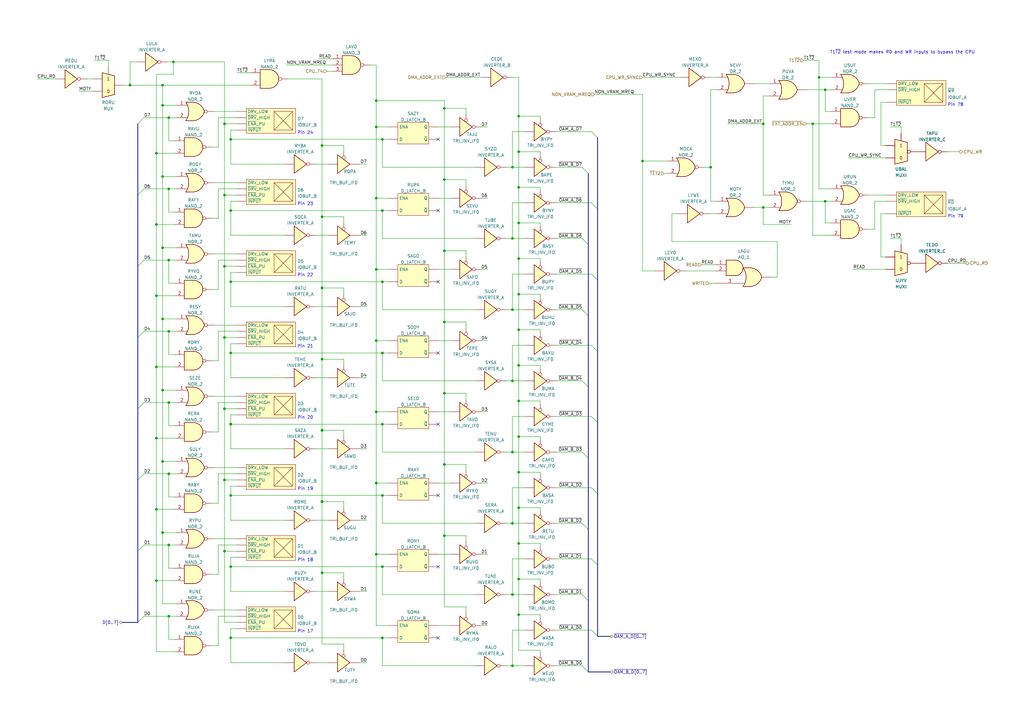
<source format=kicad_sch>
(kicad_sch (version 20211123) (generator eeschema)
  (paper "A3")
  (title_block (title "DMG CPU B") (date "2022-07-08") (rev "0.1") (company "CC-BY-SA-4.0 Régis Galland & Michael Singer -- Derived work from Furrtek") (comment 1 "https://github.com/msinger/dmg-schematics"))
  (junction (at 212.725 106.045))
  (junction (at 212.725 135.255))
  (junction (at 212.725 76.835))
  (junction (at 132.08 88.9))
  (junction (at 313.055 50.8))
  (junction (at 156.845 86.36))
  (junction (at 66.675 218.44))
  (junction (at 64.135 92.075))
  (junction (at 94.615 173.99))
  (junction (at 338.455 36.83))
  (junction (at 94.615 115.57))
  (junction (at 210.185 97.79))
  (junction (at 92.075 226.06))
  (junction (at 92.075 80.01))
  (junction (at 66.675 130.81))
  (junction (at 335.915 31.75))
  (junction (at 210.185 127))
  (junction (at 66.675 160.02))
  (junction (at 210.185 243.84))
  (junction (at 154.305 227.33))
  (junction (at 69.215 48.26))
  (junction (at 69.215 106.68))
  (junction (at 212.725 208.28))
  (junction (at 92.075 167.64))
  (junction (at 263.525 66.04))
  (junction (at 210.185 156.21))
  (junction (at 182.245 219.71))
  (junction (at 64.135 121.285))
  (junction (at 182.245 132.08))
  (junction (at 182.245 44.45))
  (junction (at 154.305 52.07))
  (junction (at 69.215 77.47))
  (junction (at 182.245 102.87))
  (junction (at 69.215 194.31))
  (junction (at 94.615 173.9073))
  (junction (at 66.675 72.39))
  (junction (at 94.615 232.41))
  (junction (at 212.725 164.465))
  (junction (at 71.12 25.4))
  (junction (at 313.055 85.09))
  (junction (at 132.08 205.6573))
  (junction (at 210.185 214.63))
  (junction (at 212.725 47.625))
  (junction (at 66.675 34.925))
  (junction (at 156.845 173.99))
  (junction (at 212.725 222.885))
  (junction (at 92.075 196.85))
  (junction (at 338.455 82.55))
  (junction (at 210.185 68.58))
  (junction (at 132.08 118.11))
  (junction (at 156.845 57.15))
  (junction (at 212.725 237.49))
  (junction (at 333.375 50.8))
  (junction (at 154.305 110.49))
  (junction (at 212.725 252.095))
  (junction (at 212.725 62.23))
  (junction (at 69.215 223.52))
  (junction (at 212.725 120.65))
  (junction (at 132.08 147.32))
  (junction (at 53.34 34.925))
  (junction (at 291.465 68.58))
  (junction (at 154.305 168.91))
  (junction (at 154.305 41.275))
  (junction (at 132.08 176.4473))
  (junction (at 156.845 144.78))
  (junction (at 69.215 252.73))
  (junction (at 132.08 59.69))
  (junction (at 94.615 86.36))
  (junction (at 94.615 203.2))
  (junction (at 212.725 149.86))
  (junction (at 64.135 150.495))
  (junction (at 69.215 165.1))
  (junction (at 92.075 109.22))
  (junction (at 92.075 50.8))
  (junction (at 132.08 205.74))
  (junction (at 156.845 261.62))
  (junction (at 210.185 185.42))
  (junction (at 64.135 238.125))
  (junction (at 182.245 190.5))
  (junction (at 156.845 232.41))
  (junction (at 94.615 261.62))
  (junction (at 212.725 179.07))
  (junction (at 66.675 43.18))
  (junction (at 210.185 273.05))
  (junction (at 132.08 234.95))
  (junction (at 154.305 139.7))
  (junction (at 64.135 62.865))
  (junction (at 182.245 161.29))
  (junction (at 212.725 193.675))
  (junction (at 154.305 81.28))
  (junction (at 66.675 101.6))
  (junction (at 69.215 135.89))
  (junction (at 132.08 176.53))
  (junction (at 64.135 179.705))
  (junction (at 92.075 138.43))
  (junction (at 156.845 115.57))
  (junction (at 66.675 189.23))
  (junction (at 154.305 198.12))
  (junction (at 94.615 144.78))
  (junction (at 64.135 208.915))
  (junction (at 212.725 91.44))
  (junction (at 94.615 57.15))
  (junction (at 182.245 73.66))
  (junction (at 156.845 203.2))
  (no_connect (at 179.705 115.57))
  (no_connect (at 179.705 57.15))
  (no_connect (at 179.705 232.41))
  (no_connect (at 179.705 173.99))
  (no_connect (at 179.705 144.78))
  (no_connect (at 179.705 203.2))
  (no_connect (at 179.705 86.36))
  (no_connect (at 179.705 261.62))
  (bus_entry (at 242.57 200.025) (size 2.54 2.54))
  (bus_entry (at 242.57 83.185) (size 2.54 2.54))
  (bus_entry (at 242.57 229.235) (size 2.54 2.54))
  (bus_entry (at 242.57 53.975) (size 2.54 2.54))
  (bus_entry (at 238.76 68.58) (size 2.54 2.54))
  (bus_entry (at 238.76 185.42) (size 2.54 2.54))
  (bus_entry (at 242.57 258.445) (size 2.54 2.54))
  (bus_entry (at 238.76 214.63) (size 2.54 2.54))
  (bus_entry (at 238.76 156.21) (size 2.54 2.54))
  (bus_entry (at 59.055 106.68) (size -2.54 2.54))
  (bus_entry (at 59.055 223.52) (size -2.54 2.54))
  (bus_entry (at 238.76 273.05) (size 2.54 2.54))
  (bus_entry (at 59.055 135.89) (size -2.54 2.54))
  (bus_entry (at 59.055 252.73) (size -2.54 2.54))
  (bus_entry (at 238.76 97.79) (size 2.54 2.54))
  (bus_entry (at 242.57 112.395) (size 2.54 2.54))
  (bus_entry (at 59.055 194.31) (size -2.54 2.54))
  (bus_entry (at 238.76 243.84) (size 2.54 2.54))
  (bus_entry (at 242.57 170.815) (size 2.54 2.54))
  (bus_entry (at 59.055 48.26) (size -2.54 2.54))
  (bus_entry (at 59.055 77.47) (size -2.54 2.54))
  (bus_entry (at 242.57 141.605) (size 2.54 2.54))
  (bus_entry (at 59.055 165.1) (size -2.54 2.54))
  (bus_entry (at 238.76 127) (size 2.54 2.54))
  (wire (pts (xy 156.845 127) (xy 194.945 127)))
  (wire (pts (xy 64.135 121.285) (xy 64.135 150.495)))
  (wire (pts (xy 147.32 67.31) (xy 150.495 67.31)))
  (wire (pts (xy 156.845 144.78) (xy 156.845 156.21)))
  (wire (pts (xy 64.135 62.865) (xy 64.135 92.075)))
  (wire (pts (xy 210.185 243.84) (xy 215.265 243.84)))
  (wire (pts (xy 159.385 81.28) (xy 154.305 81.28)))
  (wire (pts (xy 210.185 97.79) (xy 215.265 97.79)))
  (wire (pts (xy 329.565 24.765) (xy 335.915 24.765)))
  (wire (pts (xy 89.535 106.68) (xy 97.155 106.68)))
  (wire (pts (xy 281.305 111.125) (xy 293.37 111.125)))
  (wire (pts (xy 335.915 31.75) (xy 335.915 24.765)))
  (wire (pts (xy 94.615 173.99) (xy 156.845 173.99)))
  (wire (pts (xy 59.055 223.52) (xy 69.215 223.52)))
  (wire (pts (xy 140.97 91.44) (xy 140.97 88.9)))
  (wire (pts (xy 140.97 120.65) (xy 140.97 118.11)))
  (wire (pts (xy 263.525 111.125) (xy 268.605 111.125)))
  (wire (pts (xy 313.055 50.8) (xy 313.055 80.01)))
  (wire (pts (xy 221.615 165.735) (xy 221.615 164.465)))
  (wire (pts (xy 89.535 206.375) (xy 89.535 194.31)))
  (wire (pts (xy 132.08 176.4473) (xy 132.08 176.53)))
  (wire (pts (xy 291.465 31.75) (xy 294.005 31.75)))
  (wire (pts (xy 191.135 134.62) (xy 191.135 132.08)))
  (wire (pts (xy 207.645 273.05) (xy 210.185 273.05)))
  (wire (pts (xy 182.245 44.45) (xy 182.245 41.275)))
  (wire (pts (xy 94.615 144.78) (xy 156.845 144.78)))
  (wire (pts (xy 184.785 110.49) (xy 179.705 110.49)))
  (wire (pts (xy 212.725 208.28) (xy 221.615 208.28)))
  (wire (pts (xy 66.675 34.925) (xy 102.87 34.925)))
  (wire (pts (xy 313.055 85.09) (xy 313.055 92.075)))
  (wire (pts (xy 212.725 237.49) (xy 212.725 252.095)))
  (wire (pts (xy 69.215 194.31) (xy 72.39 194.31)))
  (wire (pts (xy 89.535 177.165) (xy 89.535 165.1)))
  (wire (pts (xy 197.485 227.33) (xy 200.025 227.33)))
  (wire (pts (xy 94.615 53.34) (xy 94.615 57.15)))
  (wire (pts (xy 154.305 81.28) (xy 154.305 110.49)))
  (wire (pts (xy 338.455 36.83) (xy 330.835 36.83)))
  (wire (pts (xy 335.915 77.47) (xy 340.995 77.47)))
  (wire (pts (xy 212.725 62.23) (xy 212.725 76.835)))
  (wire (pts (xy 182.245 132.08) (xy 182.245 161.29)))
  (wire (pts (xy 38.1 32.385) (xy 35.56 32.385)))
  (wire (pts (xy 156.845 156.21) (xy 194.945 156.21)))
  (wire (pts (xy 59.055 77.47) (xy 69.215 77.47)))
  (wire (pts (xy 272.415 71.12) (xy 273.685 71.12)))
  (wire (pts (xy 313.055 92.075) (xy 324.485 92.075)))
  (wire (pts (xy 66.675 160.02) (xy 66.675 189.23)))
  (wire (pts (xy 330.835 50.8) (xy 333.375 50.8)))
  (wire (pts (xy 156.845 203.2) (xy 156.845 214.63)))
  (wire (pts (xy 132.08 205.74) (xy 132.08 234.95)))
  (wire (pts (xy 132.08 176.53) (xy 132.08 205.6573)))
  (wire (pts (xy 215.265 112.395) (xy 210.185 112.395)))
  (wire (pts (xy 94.615 213.36) (xy 116.84 213.36)))
  (wire (pts (xy 156.845 86.36) (xy 159.385 86.36)))
  (wire (pts (xy 89.535 147.955) (xy 89.535 135.89)))
  (wire (pts (xy 365.125 97.79) (xy 369.57 97.79)))
  (wire (pts (xy 97.155 53.34) (xy 94.615 53.34)))
  (wire (pts (xy 71.755 145.415) (xy 69.215 145.415)))
  (bus (pts (xy 245.11 56.515) (xy 245.11 85.725)))
  (wire (pts (xy 212.725 266.7) (xy 221.615 266.7)))
  (wire (pts (xy 365.125 52.07) (xy 369.57 52.07)))
  (wire (pts (xy 94.615 232.41) (xy 94.615 242.57)))
  (wire (pts (xy 140.97 149.86) (xy 140.97 147.32)))
  (wire (pts (xy 338.455 91.44) (xy 340.995 91.44)))
  (wire (pts (xy 156.845 144.78) (xy 159.385 144.78)))
  (wire (pts (xy 197.485 52.07) (xy 200.025 52.07)))
  (wire (pts (xy 227.965 214.63) (xy 238.76 214.63)))
  (wire (pts (xy 133.985 29.21) (xy 136.525 29.21)))
  (bus (pts (xy 241.3 275.59) (xy 250.19 275.59)))
  (wire (pts (xy 227.965 200.025) (xy 242.57 200.025)))
  (wire (pts (xy 358.775 82.55) (xy 363.855 82.55)))
  (wire (pts (xy 221.615 107.315) (xy 221.615 106.045)))
  (wire (pts (xy 212.725 91.44) (xy 212.725 106.045)))
  (wire (pts (xy 147.32 271.78) (xy 150.495 271.78)))
  (wire (pts (xy 72.39 72.39) (xy 66.675 72.39)))
  (wire (pts (xy 72.39 130.81) (xy 66.675 130.81)))
  (wire (pts (xy 94.615 115.57) (xy 94.615 125.73)))
  (wire (pts (xy 221.615 252.095) (xy 212.725 252.095)))
  (wire (pts (xy 86.995 264.795) (xy 89.535 264.795)))
  (wire (pts (xy 184.785 168.91) (xy 179.705 168.91)))
  (bus (pts (xy 245.11 202.565) (xy 245.11 231.775)))
  (wire (pts (xy 191.135 190.5) (xy 182.245 190.5)))
  (wire (pts (xy 140.97 205.74) (xy 132.08 205.74)))
  (wire (pts (xy 64.135 150.495) (xy 64.135 179.705)))
  (wire (pts (xy 15.24 32.385) (xy 22.86 32.385)))
  (wire (pts (xy 221.615 135.255) (xy 212.725 135.255)))
  (wire (pts (xy 94.615 82.55) (xy 94.615 86.36)))
  (wire (pts (xy 338.455 45.72) (xy 340.995 45.72)))
  (wire (pts (xy 97.155 111.76) (xy 94.615 111.76)))
  (wire (pts (xy 94.615 125.73) (xy 116.84 125.73)))
  (wire (pts (xy 71.755 203.835) (xy 69.215 203.835)))
  (wire (pts (xy 97.155 140.97) (xy 94.615 140.97)))
  (wire (pts (xy 97.155 220.98) (xy 87.63 220.98)))
  (wire (pts (xy 313.055 39.37) (xy 315.595 39.37)))
  (wire (pts (xy 290.83 87.63) (xy 294.005 87.63)))
  (wire (pts (xy 97.155 191.77) (xy 87.63 191.77)))
  (wire (pts (xy 287.655 108.585) (xy 293.37 108.585)))
  (wire (pts (xy 207.645 214.63) (xy 210.185 214.63)))
  (wire (pts (xy 89.535 223.52) (xy 97.155 223.52)))
  (wire (pts (xy 69.215 77.47) (xy 72.39 77.47)))
  (wire (pts (xy 156.845 86.36) (xy 156.845 97.79)))
  (wire (pts (xy 369.57 52.07) (xy 369.57 54.61)))
  (wire (pts (xy 97.155 133.35) (xy 87.63 133.35)))
  (wire (pts (xy 156.845 214.63) (xy 194.945 214.63)))
  (bus (pts (xy 241.3 187.96) (xy 241.3 217.17)))
  (wire (pts (xy 64.135 30.48) (xy 71.12 30.48)))
  (wire (pts (xy 221.615 106.045) (xy 212.725 106.045)))
  (wire (pts (xy 221.615 78.105) (xy 221.615 76.835)))
  (wire (pts (xy 86.995 147.955) (xy 89.535 147.955)))
  (wire (pts (xy 221.615 76.835) (xy 212.725 76.835)))
  (wire (pts (xy 132.08 118.11) (xy 132.08 147.32)))
  (wire (pts (xy 97.155 162.56) (xy 87.63 162.56)))
  (wire (pts (xy 86.995 118.745) (xy 89.535 118.745)))
  (wire (pts (xy 215.265 200.025) (xy 210.185 200.025)))
  (wire (pts (xy 356.235 48.26) (xy 358.775 48.26)))
  (wire (pts (xy 140.97 264.16) (xy 140.97 266.7)))
  (wire (pts (xy 159.385 256.54) (xy 154.305 256.54)))
  (wire (pts (xy 263.525 38.735) (xy 263.525 66.04)))
  (wire (pts (xy 318.77 99.06) (xy 318.77 113.665)))
  (wire (pts (xy 191.135 46.99) (xy 191.135 44.45)))
  (wire (pts (xy 94.615 203.2) (xy 156.845 203.2)))
  (wire (pts (xy 212.725 120.65) (xy 221.615 120.65)))
  (bus (pts (xy 245.11 85.725) (xy 245.11 114.935)))
  (wire (pts (xy 221.615 91.44) (xy 221.615 92.71)))
  (wire (pts (xy 207.645 97.79) (xy 210.185 97.79)))
  (wire (pts (xy 69.215 262.255) (xy 69.215 252.73)))
  (wire (pts (xy 227.965 258.445) (xy 242.57 258.445)))
  (wire (pts (xy 92.075 50.8) (xy 92.075 25.4)))
  (wire (pts (xy 212.725 106.045) (xy 212.725 120.65)))
  (wire (pts (xy 66.675 130.81) (xy 66.675 160.02)))
  (wire (pts (xy 130.81 24.13) (xy 136.525 24.13)))
  (bus (pts (xy 56.515 167.64) (xy 56.515 196.85)))
  (wire (pts (xy 333.375 96.52) (xy 340.995 96.52)))
  (wire (pts (xy 221.615 136.525) (xy 221.615 135.255)))
  (wire (pts (xy 182.245 41.275) (xy 154.305 41.275)))
  (wire (pts (xy 69.215 135.89) (xy 72.39 135.89)))
  (wire (pts (xy 69.215 203.835) (xy 69.215 194.31)))
  (wire (pts (xy 221.615 179.07) (xy 221.615 180.34)))
  (wire (pts (xy 210.185 68.58) (xy 210.185 53.975)))
  (wire (pts (xy 71.755 238.125) (xy 64.135 238.125)))
  (wire (pts (xy 72.39 189.23) (xy 66.675 189.23)))
  (wire (pts (xy 156.845 115.57) (xy 156.845 127)))
  (wire (pts (xy 117.475 26.67) (xy 136.525 26.67)))
  (wire (pts (xy 69.215 48.26) (xy 72.39 48.26)))
  (wire (pts (xy 132.08 264.16) (xy 140.97 264.16)))
  (wire (pts (xy 134.62 96.52) (xy 129.54 96.52)))
  (bus (pts (xy 241.3 217.17) (xy 241.3 246.38)))
  (wire (pts (xy 210.185 83.185) (xy 210.185 97.79)))
  (wire (pts (xy 94.615 257.81) (xy 94.615 261.62)))
  (wire (pts (xy 358.775 93.98) (xy 358.775 82.55)))
  (wire (pts (xy 94.615 144.78) (xy 94.615 154.94)))
  (wire (pts (xy 134.62 242.57) (xy 129.54 242.57)))
  (wire (pts (xy 97.155 109.22) (xy 92.075 109.22)))
  (wire (pts (xy 212.725 135.255) (xy 212.725 149.86)))
  (wire (pts (xy 212.725 91.44) (xy 221.615 91.44)))
  (wire (pts (xy 227.965 273.05) (xy 238.76 273.05)))
  (wire (pts (xy 71.755 208.915) (xy 64.135 208.915)))
  (wire (pts (xy 66.675 218.44) (xy 66.675 247.65)))
  (wire (pts (xy 92.075 138.43) (xy 92.075 167.64)))
  (wire (pts (xy 156.845 185.42) (xy 194.945 185.42)))
  (wire (pts (xy 154.305 110.49) (xy 154.305 139.7)))
  (wire (pts (xy 227.965 185.42) (xy 238.76 185.42)))
  (wire (pts (xy 278.13 87.63) (xy 275.59 87.63)))
  (wire (pts (xy 86.995 206.375) (xy 89.535 206.375)))
  (wire (pts (xy 156.845 173.99) (xy 156.845 185.42)))
  (bus (pts (xy 245.11 173.355) (xy 245.11 202.565)))
  (bus (pts (xy 56.515 50.8) (xy 56.515 80.01)))
  (wire (pts (xy 361.315 41.91) (xy 363.855 41.91)))
  (wire (pts (xy 361.315 59.69) (xy 361.315 41.91)))
  (wire (pts (xy 66.675 72.39) (xy 66.675 101.6)))
  (wire (pts (xy 59.055 165.1) (xy 69.215 165.1)))
  (wire (pts (xy 71.755 92.075) (xy 64.135 92.075)))
  (wire (pts (xy 212.725 47.625) (xy 212.725 62.23)))
  (wire (pts (xy 221.615 237.49) (xy 221.615 238.76)))
  (wire (pts (xy 182.245 102.87) (xy 182.245 132.08)))
  (wire (pts (xy 340.995 36.83) (xy 338.455 36.83)))
  (wire (pts (xy 89.535 48.26) (xy 97.155 48.26)))
  (wire (pts (xy 210.185 68.58) (xy 215.265 68.58)))
  (wire (pts (xy 94.615 199.39) (xy 94.615 203.2)))
  (wire (pts (xy 191.135 105.41) (xy 191.135 102.87)))
  (wire (pts (xy 227.965 83.185) (xy 242.57 83.185)))
  (wire (pts (xy 69.215 165.1) (xy 72.39 165.1)))
  (wire (pts (xy 182.245 44.45) (xy 182.245 73.66)))
  (wire (pts (xy 102.87 29.845) (xy 97.155 29.845)))
  (wire (pts (xy 227.965 170.815) (xy 242.57 170.815)))
  (wire (pts (xy 221.615 194.945) (xy 221.615 193.675)))
  (wire (pts (xy 182.245 190.5) (xy 182.245 219.71)))
  (bus (pts (xy 50.165 255.27) (xy 56.515 255.27)))
  (wire (pts (xy 72.39 43.18) (xy 66.675 43.18)))
  (wire (pts (xy 210.185 229.235) (xy 210.185 243.84)))
  (wire (pts (xy 191.135 251.46) (xy 191.135 248.92)))
  (wire (pts (xy 212.725 164.465) (xy 212.725 179.07)))
  (wire (pts (xy 154.305 41.275) (xy 154.305 52.07)))
  (wire (pts (xy 212.725 120.65) (xy 212.725 135.255)))
  (wire (pts (xy 333.375 50.8) (xy 340.995 50.8)))
  (wire (pts (xy 94.615 261.62) (xy 156.845 261.62)))
  (wire (pts (xy 156.845 57.15) (xy 156.845 68.58)))
  (bus (pts (xy 241.3 100.33) (xy 241.3 129.54)))
  (wire (pts (xy 340.995 31.75) (xy 335.915 31.75)))
  (wire (pts (xy 388.62 107.95) (xy 396.24 107.95)))
  (wire (pts (xy 212.725 149.86) (xy 212.725 164.465)))
  (wire (pts (xy 275.59 87.63) (xy 275.59 99.06)))
  (bus (pts (xy 245.11 231.775) (xy 245.11 260.985)))
  (wire (pts (xy 71.12 25.4) (xy 92.075 25.4)))
  (wire (pts (xy 313.055 39.37) (xy 313.055 50.8)))
  (wire (pts (xy 71.755 174.625) (xy 69.215 174.625)))
  (wire (pts (xy 215.265 170.815) (xy 210.185 170.815)))
  (wire (pts (xy 140.97 147.32) (xy 132.08 147.32)))
  (wire (pts (xy 94.615 86.36) (xy 94.615 96.52)))
  (wire (pts (xy 132.08 205.6573) (xy 132.08 205.74)))
  (wire (pts (xy 197.485 110.49) (xy 200.025 110.49)))
  (wire (pts (xy 313.055 85.09) (xy 315.595 85.09)))
  (wire (pts (xy 147.32 125.73) (xy 150.495 125.73)))
  (wire (pts (xy 64.135 30.48) (xy 64.135 62.865)))
  (wire (pts (xy 184.785 227.33) (xy 179.705 227.33)))
  (wire (pts (xy 140.97 176.4473) (xy 132.08 176.4473)))
  (wire (pts (xy 97.155 45.72) (xy 87.63 45.72)))
  (wire (pts (xy 71.755 150.495) (xy 64.135 150.495)))
  (wire (pts (xy 64.135 179.705) (xy 64.135 208.915)))
  (wire (pts (xy 69.215 57.785) (xy 69.215 48.26)))
  (wire (pts (xy 184.785 81.28) (xy 179.705 81.28)))
  (bus (pts (xy 56.515 109.22) (xy 56.515 138.43)))
  (wire (pts (xy 97.155 80.01) (xy 92.075 80.01)))
  (wire (pts (xy 191.135 248.92) (xy 182.245 248.92)))
  (wire (pts (xy 69.215 145.415) (xy 69.215 135.89)))
  (wire (pts (xy 94.615 271.78) (xy 116.84 271.78)))
  (wire (pts (xy 156.845 261.62) (xy 159.385 261.62)))
  (wire (pts (xy 156.845 68.58) (xy 194.945 68.58)))
  (wire (pts (xy 97.155 255.27) (xy 92.075 255.27)))
  (wire (pts (xy 89.535 118.745) (xy 89.535 106.68)))
  (wire (pts (xy 291.465 36.83) (xy 291.465 68.58)))
  (wire (pts (xy 227.965 68.58) (xy 238.76 68.58)))
  (wire (pts (xy 210.185 200.025) (xy 210.185 214.63)))
  (wire (pts (xy 97.155 257.81) (xy 94.615 257.81)))
  (wire (pts (xy 184.785 198.12) (xy 179.705 198.12)))
  (wire (pts (xy 59.055 106.68) (xy 69.215 106.68)))
  (wire (pts (xy 210.185 112.395) (xy 210.185 127)))
  (wire (pts (xy 221.615 193.675) (xy 212.725 193.675)))
  (wire (pts (xy 356.235 93.98) (xy 358.775 93.98)))
  (wire (pts (xy 291.465 82.55) (xy 294.005 82.55)))
  (wire (pts (xy 212.725 252.095) (xy 212.725 266.7)))
  (wire (pts (xy 154.305 41.275) (xy 154.305 26.67)))
  (wire (pts (xy 221.615 224.155) (xy 221.615 222.885)))
  (bus (pts (xy 241.3 129.54) (xy 241.3 158.75)))
  (wire (pts (xy 92.075 196.85) (xy 92.075 226.06)))
  (wire (pts (xy 156.845 203.2) (xy 159.385 203.2)))
  (wire (pts (xy 212.725 193.675) (xy 212.725 208.28)))
  (wire (pts (xy 68.58 25.4) (xy 71.12 25.4)))
  (wire (pts (xy 134.62 271.78) (xy 129.54 271.78)))
  (wire (pts (xy 210.185 53.975) (xy 215.265 53.975)))
  (wire (pts (xy 191.135 222.25) (xy 191.135 219.71)))
  (wire (pts (xy 69.215 106.68) (xy 72.39 106.68)))
  (wire (pts (xy 361.315 105.41) (xy 363.22 105.41)))
  (wire (pts (xy 92.075 109.22) (xy 92.075 138.43)))
  (wire (pts (xy 134.62 184.0673) (xy 129.54 184.0673)))
  (wire (pts (xy 97.155 196.85) (xy 92.075 196.85)))
  (wire (pts (xy 71.755 62.865) (xy 64.135 62.865)))
  (wire (pts (xy 72.39 218.44) (xy 66.675 218.44)))
  (wire (pts (xy 71.755 262.255) (xy 69.215 262.255)))
  (wire (pts (xy 227.965 243.84) (xy 238.76 243.84)))
  (wire (pts (xy 140.97 178.9873) (xy 140.97 176.4473)))
  (wire (pts (xy 147.32 242.57) (xy 150.495 242.57)))
  (wire (pts (xy 333.375 50.8) (xy 333.375 96.52)))
  (wire (pts (xy 71.755 121.285) (xy 64.135 121.285)))
  (wire (pts (xy 361.315 87.63) (xy 363.855 87.63)))
  (wire (pts (xy 191.135 73.66) (xy 182.245 73.66)))
  (wire (pts (xy 89.535 89.535) (xy 89.535 77.47)))
  (wire (pts (xy 132.08 234.95) (xy 132.08 264.16)))
  (bus (pts (xy 56.515 226.06) (xy 56.515 255.27)))
  (wire (pts (xy 140.97 59.69) (xy 132.08 59.69)))
  (wire (pts (xy 210.185 185.42) (xy 215.265 185.42)))
  (wire (pts (xy 69.215 174.625) (xy 69.215 165.1)))
  (wire (pts (xy 191.135 132.08) (xy 182.245 132.08)))
  (wire (pts (xy 184.785 256.54) (xy 179.705 256.54)))
  (wire (pts (xy 227.965 127) (xy 238.76 127)))
  (wire (pts (xy 132.08 59.69) (xy 132.08 88.9)))
  (wire (pts (xy 66.675 101.6) (xy 66.675 130.81)))
  (wire (pts (xy 71.12 30.48) (xy 71.12 25.4)))
  (wire (pts (xy 53.34 25.4) (xy 55.88 25.4)))
  (wire (pts (xy 94.615 228.6) (xy 94.615 232.41)))
  (wire (pts (xy 338.455 82.55) (xy 340.995 82.55)))
  (wire (pts (xy 94.615 140.97) (xy 94.615 144.78)))
  (wire (pts (xy 64.135 238.125) (xy 64.135 267.335)))
  (wire (pts (xy 97.155 82.55) (xy 94.615 82.55)))
  (wire (pts (xy 94.615 115.57) (xy 156.845 115.57)))
  (wire (pts (xy 221.615 266.7) (xy 221.615 267.97)))
  (wire (pts (xy 94.615 86.36) (xy 156.845 86.36)))
  (wire (pts (xy 358.775 48.26) (xy 358.775 36.83)))
  (wire (pts (xy 147.32 213.36) (xy 150.495 213.36)))
  (bus (pts (xy 245.11 114.935) (xy 245.11 144.145)))
  (wire (pts (xy 191.135 161.29) (xy 182.245 161.29)))
  (wire (pts (xy 94.615 57.15) (xy 156.845 57.15)))
  (wire (pts (xy 59.055 48.26) (xy 69.215 48.26)))
  (wire (pts (xy 89.535 194.31) (xy 97.155 194.31)))
  (wire (pts (xy 89.535 165.1) (xy 97.155 165.1)))
  (wire (pts (xy 156.845 273.05) (xy 194.945 273.05)))
  (wire (pts (xy 94.615 203.2) (xy 94.615 213.36)))
  (wire (pts (xy 207.645 127) (xy 210.185 127)))
  (wire (pts (xy 97.155 226.06) (xy 92.075 226.06)))
  (wire (pts (xy 197.485 139.7) (xy 200.025 139.7)))
  (wire (pts (xy 227.965 53.975) (xy 242.57 53.975)))
  (wire (pts (xy 147.32 154.94) (xy 150.495 154.94)))
  (wire (pts (xy 140.97 208.28) (xy 140.97 205.74)))
  (wire (pts (xy 221.615 149.86) (xy 221.615 151.13)))
  (wire (pts (xy 89.535 135.89) (xy 97.155 135.89)))
  (wire (pts (xy 159.385 168.91) (xy 154.305 168.91)))
  (wire (pts (xy 275.59 99.06) (xy 318.77 99.06)))
  (wire (pts (xy 72.39 247.65) (xy 66.675 247.65)))
  (wire (pts (xy 159.385 227.33) (xy 154.305 227.33)))
  (wire (pts (xy 361.315 87.63) (xy 361.315 105.41)))
  (wire (pts (xy 197.485 168.91) (xy 200.025 168.91)))
  (wire (pts (xy 94.615 232.41) (xy 156.845 232.41)))
  (wire (pts (xy 210.185 214.63) (xy 215.265 214.63)))
  (wire (pts (xy 212.725 62.23) (xy 221.615 62.23)))
  (wire (pts (xy 66.675 43.18) (xy 66.675 72.39)))
  (wire (pts (xy 363.855 34.29) (xy 356.235 34.29)))
  (wire (pts (xy 66.675 43.18) (xy 66.675 34.925)))
  (wire (pts (xy 147.32 96.52) (xy 150.495 96.52)))
  (wire (pts (xy 210.185 31.75) (xy 212.725 31.75)))
  (wire (pts (xy 388.62 62.23) (xy 393.7 62.23)))
  (wire (pts (xy 140.97 88.9) (xy 132.08 88.9)))
  (bus (pts (xy 241.3 158.75) (xy 241.3 187.96)))
  (wire (pts (xy 92.075 50.8) (xy 92.075 80.01)))
  (wire (pts (xy 118.11 32.385) (xy 132.08 32.385)))
  (wire (pts (xy 363.855 80.01) (xy 356.235 80.01)))
  (wire (pts (xy 243.84 38.735) (xy 263.525 38.735)))
  (wire (pts (xy 59.055 252.73) (xy 69.215 252.73)))
  (wire (pts (xy 154.305 139.7) (xy 154.305 168.91)))
  (wire (pts (xy 361.315 59.69) (xy 363.22 59.69)))
  (wire (pts (xy 197.485 81.28) (xy 200.025 81.28)))
  (wire (pts (xy 294.005 36.83) (xy 291.465 36.83)))
  (wire (pts (xy 132.08 147.32) (xy 132.08 176.4473)))
  (wire (pts (xy 69.215 233.045) (xy 69.215 223.52)))
  (wire (pts (xy 53.34 34.925) (xy 53.34 25.4)))
  (wire (pts (xy 318.77 113.665) (xy 316.23 113.665)))
  (wire (pts (xy 94.615 67.31) (xy 116.84 67.31)))
  (wire (pts (xy 212.725 237.49) (xy 221.615 237.49)))
  (wire (pts (xy 97.155 228.6) (xy 94.615 228.6)))
  (wire (pts (xy 154.305 198.12) (xy 154.305 227.33)))
  (wire (pts (xy 227.965 156.21) (xy 238.76 156.21)))
  (wire (pts (xy 71.755 233.045) (xy 69.215 233.045)))
  (wire (pts (xy 89.535 60.325) (xy 89.535 48.26)))
  (wire (pts (xy 207.645 68.58) (xy 210.185 68.58)))
  (wire (pts (xy 309.245 85.09) (xy 313.055 85.09)))
  (wire (pts (xy 197.485 256.54) (xy 200.025 256.54)))
  (wire (pts (xy 159.385 52.07) (xy 154.305 52.07)))
  (wire (pts (xy 94.615 261.62) (xy 94.615 271.78)))
  (bus (pts (xy 241.3 246.38) (xy 241.3 275.59)))
  (wire (pts (xy 212.725 31.75) (xy 212.725 47.625)))
  (wire (pts (xy 147.32 184.0673) (xy 150.495 184.0673)))
  (wire (pts (xy 156.845 243.84) (xy 194.945 243.84)))
  (wire (pts (xy 210.185 258.445) (xy 210.185 273.05)))
  (wire (pts (xy 140.97 62.23) (xy 140.97 59.69)))
  (wire (pts (xy 212.725 76.835) (xy 212.725 91.44)))
  (wire (pts (xy 132.08 88.9) (xy 132.08 118.11)))
  (wire (pts (xy 212.725 179.07) (xy 221.615 179.07)))
  (wire (pts (xy 69.215 252.73) (xy 72.39 252.73)))
  (bus (pts (xy 56.515 80.01) (xy 56.515 109.22)))
  (wire (pts (xy 349.885 110.49) (xy 363.22 110.49)))
  (wire (pts (xy 191.135 76.2) (xy 191.135 73.66)))
  (wire (pts (xy 338.455 82.55) (xy 338.455 91.44)))
  (wire (pts (xy 92.075 226.06) (xy 92.075 255.27)))
  (wire (pts (xy 369.57 97.79) (xy 369.57 100.33)))
  (wire (pts (xy 227.965 141.605) (xy 242.57 141.605)))
  (wire (pts (xy 184.785 139.7) (xy 179.705 139.7)))
  (wire (pts (xy 358.775 36.83) (xy 363.855 36.83)))
  (wire (pts (xy 86.995 235.585) (xy 89.535 235.585)))
  (wire (pts (xy 288.925 68.58) (xy 291.465 68.58)))
  (wire (pts (xy 92.075 167.64) (xy 92.075 196.85)))
  (wire (pts (xy 44.45 24.765) (xy 38.735 24.765)))
  (wire (pts (xy 191.135 163.83) (xy 191.135 161.29)))
  (wire (pts (xy 197.485 198.12) (xy 200.025 198.12)))
  (wire (pts (xy 71.755 86.995) (xy 69.215 86.995)))
  (wire (pts (xy 94.615 184.0673) (xy 116.84 184.0673)))
  (wire (pts (xy 291.465 68.58) (xy 291.465 82.55)))
  (wire (pts (xy 94.615 111.76) (xy 94.615 115.57)))
  (wire (pts (xy 97.155 50.8) (xy 92.075 50.8)))
  (wire (pts (xy 86.995 177.165) (xy 89.535 177.165)))
  (wire (pts (xy 97.155 104.14) (xy 87.63 104.14)))
  (wire (pts (xy 134.62 67.31) (xy 129.54 67.31)))
  (wire (pts (xy 335.915 31.75) (xy 335.915 77.47)))
  (wire (pts (xy 221.615 164.465) (xy 212.725 164.465)))
  (wire (pts (xy 215.265 83.185) (xy 210.185 83.185)))
  (bus (pts (xy 241.3 71.12) (xy 241.3 100.33)))
  (wire (pts (xy 94.615 173.99) (xy 94.615 184.0673)))
  (wire (pts (xy 191.135 193.04) (xy 191.135 190.5)))
  (wire (pts (xy 59.055 194.31) (xy 69.215 194.31)))
  (wire (pts (xy 97.155 167.64) (xy 92.075 167.64)))
  (wire (pts (xy 69.215 116.205) (xy 69.215 106.68)))
  (wire (pts (xy 207.645 156.21) (xy 210.185 156.21)))
  (wire (pts (xy 313.055 80.01) (xy 315.595 80.01)))
  (wire (pts (xy 212.725 149.86) (xy 221.615 149.86)))
  (wire (pts (xy 97.155 170.18) (xy 94.615 170.18)))
  (wire (pts (xy 338.455 36.83) (xy 338.455 45.72)))
  (wire (pts (xy 263.525 66.04) (xy 273.685 66.04)))
  (wire (pts (xy 94.615 242.57) (xy 116.84 242.57)))
  (wire (pts (xy 97.155 74.93) (xy 87.63 74.93)))
  (wire (pts (xy 309.245 34.29) (xy 315.595 34.29)))
  (wire (pts (xy 210.185 127) (xy 215.265 127)))
  (wire (pts (xy 212.725 208.28) (xy 212.725 222.885)))
  (wire (pts (xy 159.385 139.7) (xy 154.305 139.7)))
  (wire (pts (xy 94.615 173.9073) (xy 94.615 173.99)))
  (wire (pts (xy 72.39 101.6) (xy 66.675 101.6)))
  (wire (pts (xy 140.97 118.11) (xy 132.08 118.11)))
  (wire (pts (xy 64.135 208.915) (xy 64.135 238.125)))
  (wire (pts (xy 191.135 219.71) (xy 182.245 219.71)))
  (wire (pts (xy 227.965 229.235) (xy 242.57 229.235)))
  (wire (pts (xy 97.155 199.39) (xy 94.615 199.39)))
  (wire (pts (xy 89.535 252.73) (xy 97.155 252.73)))
  (bus (pts (xy 56.515 196.85) (xy 56.515 226.06)))
  (wire (pts (xy 94.615 170.18) (xy 94.615 173.9073)))
  (wire (pts (xy 159.385 110.49) (xy 154.305 110.49)))
  (wire (pts (xy 132.08 32.385) (xy 132.08 59.69)))
  (wire (pts (xy 221.615 208.28) (xy 221.615 209.55)))
  (wire (pts (xy 159.385 198.12) (xy 154.305 198.12)))
  (wire (pts (xy 221.615 222.885) (xy 212.725 222.885)))
  (wire (pts (xy 263.525 31.75) (xy 278.765 31.75)))
  (wire (pts (xy 207.645 185.42) (xy 210.185 185.42)))
  (wire (pts (xy 156.845 261.62) (xy 156.845 273.05)))
  (wire (pts (xy 134.62 125.73) (xy 129.54 125.73)))
  (wire (pts (xy 134.62 154.94) (xy 129.54 154.94)))
  (wire (pts (xy 182.88 31.75) (xy 197.485 31.75)))
  (wire (pts (xy 140.97 237.49) (xy 140.97 234.95)))
  (wire (pts (xy 221.615 120.65) (xy 221.615 121.92)))
  (wire (pts (xy 227.965 97.79) (xy 238.76 97.79)))
  (wire (pts (xy 86.995 89.535) (xy 89.535 89.535)))
  (wire (pts (xy 97.155 138.43) (xy 92.075 138.43)))
  (wire (pts (xy 210.185 170.815) (xy 210.185 185.42)))
  (wire (pts (xy 86.995 60.325) (xy 89.535 60.325)))
  (wire (pts (xy 215.265 141.605) (xy 210.185 141.605)))
  (wire (pts (xy 263.525 66.04) (xy 263.525 111.125)))
  (wire (pts (xy 212.725 179.07) (xy 212.725 193.675)))
  (wire (pts (xy 50.8 34.925) (xy 53.34 34.925)))
  (wire (pts (xy 184.785 52.07) (xy 179.705 52.07)))
  (wire (pts (xy 72.39 160.02) (xy 66.675 160.02)))
  (wire (pts (xy 71.755 116.205) (xy 69.215 116.205)))
  (wire (pts (xy 210.185 141.605) (xy 210.185 156.21)))
  (wire (pts (xy 221.615 47.625) (xy 212.725 47.625)))
  (wire (pts (xy 154.305 227.33) (xy 154.305 256.54)))
  (wire (pts (xy 212.725 222.885) (xy 212.725 237.49)))
  (wire (pts (xy 71.755 267.335) (xy 64.135 267.335)))
  (wire (pts (xy 156.845 232.41) (xy 156.845 243.84)))
  (wire (pts (xy 156.845 232.41) (xy 159.385 232.41)))
  (wire (pts (xy 182.245 161.29) (xy 182.245 190.5)))
  (wire (pts (xy 210.185 156.21) (xy 215.265 156.21)))
  (wire (pts (xy 182.245 73.66) (xy 182.245 102.87)))
  (wire (pts (xy 59.055 135.89) (xy 69.215 135.89)))
  (wire (pts (xy 221.615 48.895) (xy 221.615 47.625)))
  (wire (pts (xy 94.615 57.15) (xy 94.615 67.31)))
  (wire (pts (xy 134.62 213.36) (xy 129.54 213.36)))
  (wire (pts (xy 140.97 234.95) (xy 132.08 234.95)))
  (wire (pts (xy 156.845 57.15) (xy 159.385 57.15)))
  (wire (pts (xy 156.845 115.57) (xy 159.385 115.57)))
  (wire (pts (xy 92.075 80.01) (xy 92.075 109.22)))
  (wire (pts (xy 191.135 44.45) (xy 182.245 44.45)))
  (wire (pts (xy 221.615 62.23) (xy 221.615 63.5)))
  (wire (pts (xy 191.135 102.87) (xy 182.245 102.87)))
  (wire (pts (xy 221.615 253.365) (xy 221.615 252.095)))
  (wire (pts (xy 53.34 34.925) (xy 66.675 34.925)))
  (wire (pts (xy 89.535 264.795) (xy 89.535 252.73)))
  (wire (pts (xy 64.135 92.075) (xy 64.135 121.285)))
  (wire (pts (xy 44.45 24.765) (xy 44.45 27.305)))
  (wire (pts (xy 156.845 97.79) (xy 194.945 97.79)))
  (wire (pts (xy 94.615 96.52) (xy 116.84 96.52)))
  (wire (pts (xy 207.645 243.84) (xy 210.185 243.84)))
  (wire (pts (xy 215.265 258.445) (xy 210.185 258.445)))
  (wire (pts (xy 215.265 229.235) (xy 210.185 229.235)))
  (wire (pts (xy 97.155 250.19) (xy 87.63 250.19)))
  (wire (pts (xy 154.305 52.07) (xy 154.305 81.28)))
  (wire (pts (xy 182.245 219.71) (xy 182.245 248.92)))
  (wire (pts (xy 94.615 154.94) (xy 116.84 154.94)))
  (bus (pts (xy 245.11 144.145) (xy 245.11 173.355)))
  (wire (pts (xy 32.385 37.465) (xy 38.1 37.465)))
  (wire (pts (xy 71.755 179.705) (xy 64.135 179.705)))
  (wire (pts (xy 330.835 82.55) (xy 338.455 82.55)))
  (bus (pts (xy 56.515 138.43) (xy 56.515 167.64)))
  (wire (pts (xy 154.305 168.91) (xy 154.305 198.12)))
  (wire (pts (xy 151.765 26.67) (xy 154.305 26.67)))
  (bus (pts (xy 245.11 260.985) (xy 250.19 260.985)))
  (wire (pts (xy 227.965 112.395) (xy 242.57 112.395)))
  (wire (pts (xy 69.215 86.995) (xy 69.215 77.47)))
  (wire (pts (xy 89.535 235.585) (xy 89.535 223.52)))
  (wire (pts (xy 89.535 77.47) (xy 97.155 77.47)))
  (wire (pts (xy 210.185 273.05) (xy 215.265 273.05)))
  (wire (pts (xy 347.98 64.77) (xy 363.22 64.77)))
  (wire (pts (xy 66.675 189.23) (xy 66.675 218.44)))
  (wire (pts (xy 71.755 57.785) (xy 69.215 57.785)))
  (wire (pts (xy 156.845 173.99) (xy 159.385 173.99)))
  (wire (pts (xy 290.83 116.205) (xy 293.37 116.205)))
  (wire (pts (xy 298.45 50.8) (xy 313.055 50.8)))
  (wire (pts (xy 69.215 223.52) (xy 72.39 223.52)))
  (text "Pin 17" (at 121.92 259.715 0) (effects (font (size 1.27 1.27)) (justify left bottom)))
  (text "Pin 22" (at 121.92 113.665 0) (effects (font (size 1.27 1.27)) (justify left bottom)))
  (text "T1~{T2} test mode makes RD and WR inputs to bypass the CPU" (at 340.36 22.225 0) (effects (font (size 1.27 1.27)) (justify left bottom)))
  (text "Pin 24" (at 121.92 55.245 0) (effects (font (size 1.27 1.27)) (justify left bottom)))
  (text "Pin 21" (at 121.92 142.875 0) (effects (font (size 1.27 1.27)) (justify left bottom)))
  (text "Pin 20" (at 121.92 172.085 0) (effects (font (size 1.27 1.27)) (justify left bottom)))
  (text "Pin 18" (at 121.92 230.505 0) (effects (font (size 1.27 1.27)) (justify left bottom)))
  (text "Pin 19" (at 121.92 201.295 0) (effects (font (size 1.27 1.27)) (justify left bottom)))
  (text "Pin 23" (at 121.92 84.455 0) (effects (font (size 1.27 1.27)) (justify left bottom)))
  (text "Pin 78" (at 388.62 43.815 0) (effects (font (size 1.27 1.27)) (justify left bottom)))
  (text "Pin 79" (at 388.62 89.535 0) (effects (font (size 1.27 1.27)) (justify left bottom)))
  (label "NON_VRAM_MREQ" (at 117.475 26.67 0))
  (label "DMA_ADDR_EXT" (at 182.88 31.75 0))
  (label "~{OAM_B_D4}" (at 238.76 156.21 180))
  (label "MOTY" (at 32.385 37.465 0))
  (label "T1~{T2}" (at 365.125 52.07 0))
  (label "~{OAM_B_D1}" (at 238.76 243.84 180))
  (label "D3" (at 200.025 168.91 180))
  (label "~{OAM_B_D7}" (at 238.76 68.58 180))
  (label "D1" (at 59.055 223.52 0))
  (label "D0" (at 200.025 256.54 180))
  (label "~{OAM_B_D6}" (at 238.76 97.79 180))
  (label "D6" (at 59.055 77.47 0))
  (label "~{OAM_A_D5}" (at 238.76 112.395 180))
  (label "DMA_ADDR_EXT" (at 298.45 50.8 0))
  (label "D7" (at 150.495 67.31 180))
  (label "~{OAM_A_D6}" (at 238.76 83.185 180))
  (label "D5" (at 59.055 106.68 0))
  (label "T1~{T2}" (at 329.565 24.765 0))
  (label "~{OAM_A_D1}" (at 238.76 229.235 180))
  (label "D6" (at 200.025 81.28 180))
  (label "READ" (at 287.655 108.585 0))
  (label "D2" (at 59.055 194.31 0))
  (label "~{OAM_B_D3}" (at 238.76 185.42 180))
  (label "~{OAM_A_D0}" (at 238.76 258.445 180))
  (label "READ" (at 349.885 110.49 0))
  (label "D2" (at 200.025 198.12 180))
  (label "D7" (at 59.055 48.26 0))
  (label "CPU_RD" (at 15.24 32.385 0))
  (label "~{OAM_A_D7}" (at 238.76 53.975 180))
  (label "D3" (at 150.495 184.0673 180))
  (label "D5" (at 200.025 110.49 180))
  (label "~{OAM_B_D5}" (at 238.76 127 180))
  (label "T1~{T2}" (at 97.155 29.845 0))
  (label "D4" (at 150.495 154.94 180))
  (label "D0" (at 150.495 271.78 180))
  (label "D5" (at 150.495 125.73 180))
  (label "~{OAM_B_D0}" (at 238.76 273.05 180))
  (label "~{OAM_A_D2}" (at 238.76 200.025 180))
  (label "D1" (at 200.025 227.33 180))
  (label "D6" (at 150.495 96.52 180))
  (label "D2" (at 150.495 213.36 180))
  (label "NON_VRAM_MREQ" (at 243.84 38.735 0))
  (label "T1~{T2}" (at 38.735 24.765 0))
  (label "CPU_WR_SYNC" (at 263.525 31.75 0))
  (label "CPU_RD" (at 396.24 107.95 180))
  (label "~{OAM_B_D2}" (at 238.76 214.63 180))
  (label "D3" (at 59.055 165.1 0))
  (label "~{OAM_A_D3}" (at 238.76 170.815 180))
  (label "D4" (at 59.055 135.89 0))
  (label "~{OAM_A_D4}" (at 238.76 141.605 180))
  (label "D7" (at 200.025 52.07 180))
  (label "CPU_WR_SYNC" (at 347.98 64.77 0))
  (label "D4" (at 200.025 139.7 180))
  (label "T1~{T2}" (at 365.125 97.79 0))
  (label "D0" (at 59.055 252.73 0))
  (label "MOTY" (at 324.485 92.075 180))
  (label "READ" (at 130.81 24.13 0))
  (label "D1" (at 150.495 242.57 180))
  (hierarchical_label "CPU_RD" (shape output) (at 396.24 107.95 0))
  (hierarchical_label "~{OAM_B_D[0..7]}" (shape bidirectional) (at 250.19 275.59 0))
  (hierarchical_label "CPU_WR" (shape output) (at 393.7 62.23 0))
  (hierarchical_label "CPU_WR_SYNC" (shape input) (at 263.525 31.75 180))
  (hierarchical_label "~{T1}T2" (shape input) (at 272.415 71.12 180))
  (hierarchical_label "~{OAM_A_D[0..7]}" (shape bidirectional) (at 250.19 260.985 0))
  (hierarchical_label "~{EXT_ADDR_EN}" (shape input) (at 330.835 50.8 180))
  (hierarchical_label "T1~{T2}" (shape input) (at 329.565 24.765 180))
  (hierarchical_label "NON_VRAM_MREQ" (shape input) (at 243.84 38.735 180))
  (hierarchical_label "READ" (shape input) (at 287.655 108.585 180))
  (hierarchical_label "DMA_ADDR_EXT" (shape input) (at 182.88 31.75 180))
  (hierarchical_label "WRITE" (shape input) (at 290.83 116.205 180))
  (hierarchical_label "D[0..7]" (shape bidirectional) (at 50.165 255.27 180))
  (hierarchical_label "CPU_T4" (shape input) (at 133.985 29.21 180))
  (symbol (lib_id "DMG_CPU_Cells:INVERTER_A") (at 123.19 67.31 0) (unit 1)
    (property "Reference" "RYBA" (at 123.19 59.8002 0))
    (property "Value" "INVERTER_A" (at 123.19 62.23 0))
    (property "Datasheet" "http://iceboy.a-singer.de/doc/dmg_cells.html#inv_a" (effects hide))
  )
  (symbol (lib_id "DMG_CPU_Cells:NOR_2") (at 323.215 82.55 0) (unit 1)
    (property "Reference" "TYMU" (at 323.2148 75.0402 0))
    (property "Value" "NOR_2" (at 323.2148 77.5771 0))
    (property "Datasheet" "http://iceboy.a-singer.de/doc/dmg_cells.html#nor2" (effects hide))
  )
  (symbol (lib_id "DMG_CPU_Cells:TRI_INV_IF0") (at 221.615 214.63 0) (unit 1)
    (property "Reference" "BETU" (at 224.79 217.805 0))
    (property "Value" "TRI_INV_IF0" (at 222.25 220.345 0))
    (property "Datasheet" "http://iceboy.a-singer.de/doc/dmg_cells.html#tri_inv_if0" (effects hide))
  )
  (symbol (lib_id "DMG_CPU_Cells:IOBUF_B") (at 111.125 195.58 0) (mirror y) (unit 1)
    (property "Reference" "D2" (at 121.92 194.7453 0) (effects (justify right)))
    (property "Value" "IOBUF_B" (at 121.92 197.2822 0) (effects (justify right)))
    (property "Datasheet" "http://iceboy.a-singer.de/doc/dmg_cells.html#iobuf_b" (effects hide))
  )
  (symbol (lib_id "DMG_CPU_Cells:NOR_2") (at 80.01 45.72 0) (unit 1)
    (property "Reference" "RYDA" (at 80.0098 38.2102 0))
    (property "Value" "NOR_2" (at 80.0098 40.7471 0))
    (property "Datasheet" "http://iceboy.a-singer.de/doc/dmg_cells.html#nor2" (effects hide))
  )
  (symbol (lib_id "DMG_CPU_Cells:TRI_INV_IF0") (at 221.615 127 0) (unit 1)
    (property "Reference" "BUHU" (at 224.79 130.175 0))
    (property "Value" "TRI_INV_IF0" (at 222.25 132.715 0))
    (property "Datasheet" "http://iceboy.a-singer.de/doc/dmg_cells.html#tri_inv_if0" (effects hide))
  )
  (symbol (lib_id "DMG_CPU_Cells:TRI_BUF_IF0") (at 140.97 271.78 0) (unit 1)
    (property "Reference" "TUTY" (at 143.51 274.8296 0))
    (property "Value" "TRI_BUF_IF0" (at 140.97 279.4 0))
    (property "Datasheet" "http://iceboy.a-singer.de/doc/dmg_cells.html#tri_buf" (effects hide))
  )
  (symbol (lib_id "DMG_CPU_Cells:MUXI") (at 369.57 62.23 0) (unit 1)
    (property "Reference" "UBAL" (at 369.57 69.3404 0))
    (property "Value" "MUXI" (at 369.57 71.8773 0))
    (property "Datasheet" "http://iceboy.a-singer.de/doc/dmg_cells.html#muxi" (effects hide))
  )
  (symbol (lib_id "DMG_CPU_Cells:D_LATCH_B") (at 169.545 259.08 0) (unit 1)
    (property "Reference" "SOMA" (at 169.545 251.0622 0))
    (property "Value" "D_LATCH_B" (at 169.545 253.5991 0))
    (property "Datasheet" "http://iceboy.a-singer.de/doc/dmg_cells.html#dlatch_b" (effects hide))
  )
  (symbol (lib_id "DMG_CPU_Cells:TRI_INV_IF0") (at 191.135 227.33 0) (unit 1)
    (property "Reference" "RUVO" (at 193.675 230.505 0))
    (property "Value" "TRI_INV_IF0" (at 191.135 233.045 0))
    (property "Datasheet" "http://iceboy.a-singer.de/doc/dmg_cells.html#tri_inv_if0" (effects hide))
  )
  (symbol (lib_id "DMG_CPU_Cells:OR_2") (at 323.215 36.83 0) (unit 1)
    (property "Reference" "PUVA" (at 323.2148 29.3202 0))
    (property "Value" "OR_2" (at 323.2148 31.8571 0))
    (property "Datasheet" "http://iceboy.a-singer.de/doc/dmg_cells.html#or2" (effects hide))
  )
  (symbol (lib_id "DMG_CPU_Cells:INVERTER_A") (at 123.19 242.57 0) (unit 1)
    (property "Reference" "RUZY" (at 123.19 235.0602 0))
    (property "Value" "INVERTER_A" (at 123.19 237.49 0))
    (property "Datasheet" "http://iceboy.a-singer.de/doc/dmg_cells.html#inv_a" (effects hide))
  )
  (symbol (lib_id "DMG_CPU_Cells:INVERTER_A") (at 201.295 185.42 0) (unit 1)
    (property "Reference" "TENU" (at 201.295 177.9102 0))
    (property "Value" "INVERTER_A" (at 201.295 180.4471 0))
    (property "Datasheet" "http://iceboy.a-singer.de/doc/dmg_cells.html#inv_a" (effects hide))
  )
  (symbol (lib_id "DMG_CPU_Cells:TRI_INV_IF0") (at 221.615 156.21 0) (unit 1)
    (property "Reference" "BUMA" (at 224.79 159.385 0))
    (property "Value" "TRI_INV_IF0" (at 222.25 161.925 0))
    (property "Datasheet" "http://iceboy.a-singer.de/doc/dmg_cells.html#tri_inv_if0" (effects hide))
  )
  (symbol (lib_id "DMG_CPU_Cells:TRI_BUF_IF0") (at 140.97 125.73 0) (unit 1)
    (property "Reference" "SAJO" (at 143.51 128.7796 0))
    (property "Value" "TRI_BUF_IF0" (at 140.97 133.35 0))
    (property "Datasheet" "http://iceboy.a-singer.de/doc/dmg_cells.html#tri_buf" (effects hide))
  )
  (symbol (lib_id "DMG_CPU_Cells:TRI_BUF_IF0") (at 140.97 242.57 0) (unit 1)
    (property "Reference" "SYWA" (at 143.51 245.6196 0))
    (property "Value" "TRI_BUF_IF0" (at 140.97 250.19 0))
    (property "Datasheet" "http://iceboy.a-singer.de/doc/dmg_cells.html#tri_buf" (effects hide))
  )
  (symbol (lib_id "DMG_CPU_Cells:IOBUF_B") (at 111.125 137.16 0) (mirror y) (unit 1)
    (property "Reference" "D4" (at 121.92 136.3253 0) (effects (justify right)))
    (property "Value" "IOBUF_B" (at 121.92 138.8622 0) (effects (justify right)))
    (property "Datasheet" "http://iceboy.a-singer.de/doc/dmg_cells.html#iobuf_b" (effects hide))
  )
  (symbol (lib_id "DMG_CPU_Cells:NOR_2") (at 80.01 250.19 0) (unit 1)
    (property "Reference" "RUNE" (at 80.0098 242.6802 0))
    (property "Value" "NOR_2" (at 80.0098 245.2171 0))
    (property "Datasheet" "http://iceboy.a-singer.de/doc/dmg_cells.html#nor2" (effects hide))
  )
  (symbol (lib_id "DMG_CPU_Cells:D_LATCH_B") (at 169.545 83.82 0) (unit 1)
    (property "Reference" "RUPA" (at 169.545 75.8022 0))
    (property "Value" "D_LATCH_B" (at 169.545 78.3391 0))
    (property "Datasheet" "http://iceboy.a-singer.de/doc/dmg_cells.html#dlatch_b" (effects hide))
  )
  (symbol (lib_id "DMG_CPU_Cells:TRI_BUF_IF0") (at 140.97 67.31 0) (unit 1)
    (property "Reference" "ROPA" (at 143.51 70.3596 0))
    (property "Value" "TRI_BUF_IF0" (at 140.97 74.93 0))
    (property "Datasheet" "http://iceboy.a-singer.de/doc/dmg_cells.html#tri_buf" (effects hide))
  )
  (symbol (lib_id "DMG_CPU_Cells:INVERTER_A") (at 274.955 111.125 0) (unit 1)
    (property "Reference" "LEVO" (at 274.955 103.6152 0))
    (property "Value" "INVERTER_A" (at 274.955 106.1521 0))
    (property "Datasheet" "http://iceboy.a-singer.de/doc/dmg_cells.html#inv_a" (effects hide))
  )
  (symbol (lib_id "DMG_CPU_Cells:TRI_INV_IF0") (at 221.615 68.58 0) (unit 1)
    (property "Reference" "BAPE" (at 224.155 71.755 0))
    (property "Value" "TRI_INV_IF0" (at 221.615 74.295 0))
    (property "Datasheet" "http://iceboy.a-singer.de/doc/dmg_cells.html#tri_inv_if0" (effects hide))
  )
  (symbol (lib_id "DMG_CPU_Cells:TRI_INV_IF0") (at 221.615 53.975 0) (unit 1)
    (property "Reference" "BYPY" (at 224.155 57.15 0))
    (property "Value" "TRI_INV_IF0" (at 221.615 59.69 0))
    (property "Datasheet" "http://iceboy.a-singer.de/doc/dmg_cells.html#tri_inv_if0" (effects hide))
  )
  (symbol (lib_id "DMG_CPU_Cells:NOR_2") (at 80.01 74.93 0) (unit 1)
    (property "Reference" "ROGY" (at 80.0098 67.4202 0))
    (property "Value" "NOR_2" (at 80.0098 69.9571 0))
    (property "Datasheet" "http://iceboy.a-singer.de/doc/dmg_cells.html#nor2" (effects hide))
  )
  (symbol (lib_id "DMG_CPU_Cells:NAND_2") (at 110.49 32.385 0) (unit 1)
    (property "Reference" "LYRA" (at 110.49 24.8752 0))
    (property "Value" "NAND_2" (at 110.49 27.4121 0))
    (property "Datasheet" "http://iceboy.a-singer.de/doc/dmg_cells.html#nand2" (effects hide))
  )
  (symbol (lib_id "DMG_CPU_Cells:TRI_BUF_IF0") (at 140.97 154.94 0) (unit 1)
    (property "Reference" "TUTE" (at 143.51 157.9896 0))
    (property "Value" "TRI_BUF_IF0" (at 140.97 162.56 0))
    (property "Datasheet" "http://iceboy.a-singer.de/doc/dmg_cells.html#tri_buf" (effects hide))
  )
  (symbol (lib_id "DMG_CPU_Cells:TRI_INV_IF0") (at 221.615 273.05 0) (unit 1)
    (property "Reference" "WEJO" (at 224.79 276.225 0))
    (property "Value" "TRI_INV_IF0" (at 222.25 278.765 0))
    (property "Datasheet" "http://iceboy.a-singer.de/doc/dmg_cells.html#tri_inv_if0" (effects hide))
  )
  (symbol (lib_id "DMG_CPU_Cells:INVERTER_A") (at 201.295 243.84 0) (unit 1)
    (property "Reference" "TUNE" (at 201.295 236.3302 0))
    (property "Value" "INVERTER_A" (at 201.295 238.8671 0))
    (property "Datasheet" "http://iceboy.a-singer.de/doc/dmg_cells.html#inv_a" (effects hide))
  )
  (symbol (lib_id "DMG_CPU_Cells:TRI_INV_IF0") (at 221.615 185.42 0) (unit 1)
    (property "Reference" "CAKO" (at 224.79 188.595 0))
    (property "Value" "TRI_INV_IF0" (at 222.25 191.135 0))
    (property "Datasheet" "http://iceboy.a-singer.de/doc/dmg_cells.html#tri_inv_if0" (effects hide))
  )
  (symbol (lib_id "DMG_CPU_Cells:INVERTER_A") (at 123.19 271.78 0) (unit 1)
    (property "Reference" "TOVO" (at 123.19 264.2702 0))
    (property "Value" "INVERTER_A" (at 123.19 266.7 0))
    (property "Datasheet" "http://iceboy.a-singer.de/doc/dmg_cells.html#inv_a" (effects hide))
  )
  (symbol (lib_id "DMG_CPU_Cells:TRI_INV_IF0") (at 221.615 112.395 0) (unit 1)
    (property "Reference" "BUPY" (at 224.79 115.57 0))
    (property "Value" "TRI_INV_IF0" (at 221.615 118.11 0))
    (property "Datasheet" "http://iceboy.a-singer.de/doc/dmg_cells.html#tri_inv_if0" (effects hide))
  )
  (symbol (lib_id "DMG_CPU_Cells:INVERTER_A") (at 123.19 213.36 0) (unit 1)
    (property "Reference" "ROME" (at 123.19 205.8502 0))
    (property "Value" "INVERTER_A" (at 123.19 208.28 0))
    (property "Datasheet" "http://iceboy.a-singer.de/doc/dmg_cells.html#inv_a" (effects hide))
  )
  (symbol (lib_id "DMG_CPU_Cells:IOBUF_B") (at 111.125 166.37 0) (mirror y) (unit 1)
    (property "Reference" "D3" (at 121.92 165.5353 0) (effects (justify right)))
    (property "Value" "IOBUF_B" (at 121.92 168.0722 0) (effects (justify right)))
    (property "Datasheet" "http://iceboy.a-singer.de/doc/dmg_cells.html#iobuf_b" (effects hide))
  )
  (symbol (lib_id "DMG_CPU_Cells:TRI_INV_IF0") (at 221.615 141.605 0) (unit 1)
    (property "Reference" "BAXU" (at 224.79 144.78 0))
    (property "Value" "TRI_INV_IF0" (at 221.615 147.32 0))
    (property "Datasheet" "http://iceboy.a-singer.de/doc/dmg_cells.html#tri_inv_if0" (effects hide))
  )
  (symbol (lib_id "DMG_CPU_Cells:IOBUF_B") (at 111.125 107.95 0) (mirror y) (unit 1)
    (property "Reference" "D5" (at 121.92 107.1153 0) (effects (justify right)))
    (property "Value" "IOBUF_B" (at 121.92 109.6522 0) (effects (justify right)))
    (property "Datasheet" "http://iceboy.a-singer.de/doc/dmg_cells.html#iobuf_b" (effects hide))
  )
  (symbol (lib_id "DMG_CPU_Cells:INVERTER_A") (at 29.21 32.385 0) (unit 1)
    (property "Reference" "REDU" (at 29.21 24.8752 0))
    (property "Value" "INVERTER_A" (at 29.21 27.4121 0))
    (property "Datasheet" "http://iceboy.a-singer.de/doc/dmg_cells.html#inv_a" (effects hide))
  )
  (symbol (lib_id "DMG_CPU_Cells:NOR_2") (at 80.01 191.77 0) (unit 1)
    (property "Reference" "SULY" (at 80.0098 184.2602 0))
    (property "Value" "NOR_2" (at 80.0098 186.7971 0))
    (property "Datasheet" "http://iceboy.a-singer.de/doc/dmg_cells.html#nor2" (effects hide))
  )
  (symbol (lib_id "DMG_CPU_Cells:D_LATCH_B") (at 169.545 142.24 0) (unit 1)
    (property "Reference" "SODY" (at 169.545 134.2222 0))
    (property "Value" "D_LATCH_B" (at 169.545 136.7591 0))
    (property "Datasheet" "http://iceboy.a-singer.de/doc/dmg_cells.html#dlatch_b" (effects hide))
  )
  (symbol (lib_id "DMG_CPU_Cells:TRI_INV_IF0") (at 191.135 110.49 0) (unit 1)
    (property "Reference" "SAFO" (at 193.675 113.665 0))
    (property "Value" "TRI_INV_IF0" (at 191.135 116.205 0))
    (property "Datasheet" "http://iceboy.a-singer.de/doc/dmg_cells.html#tri_inv_if0" (effects hide))
  )
  (symbol (lib_id "DMG_CPU_Cells:INVERTER_C") (at 382.27 107.95 0) (unit 1)
    (property "Reference" "TEDO" (at 382.27 100.4402 0))
    (property "Value" "INVERTER_C" (at 382.27 102.9771 0))
    (property "Datasheet" "http://iceboy.a-singer.de/doc/dmg_cells.html#inv_c" (effects hide))
  )
  (symbol (lib_id "DMG_CPU_Cells:IOBUF_A") (at 377.825 83.82 0) (mirror y) (unit 1)
    (property "Reference" "~{RD}" (at 388.62 82.9853 0) (effects (justify right)))
    (property "Value" "IOBUF_A" (at 388.62 85.6762 0) (effects (justify right)))
    (property "Datasheet" "http://iceboy.a-singer.de/doc/dmg_cells.html#iobuf_a" (effects hide))
  )
  (symbol (lib_id "DMG_CPU_Cells:INVERTER_A") (at 123.19 96.52 0) (unit 1)
    (property "Reference" "SOCA" (at 123.19 89.0102 0))
    (property "Value" "INVERTER_A" (at 123.19 91.44 0))
    (property "Datasheet" "http://iceboy.a-singer.de/doc/dmg_cells.html#inv_a" (effects hide))
  )
  (symbol (lib_id "DMG_CPU_Cells:TRI_INV_IF0") (at 221.615 170.815 0) (unit 1)
    (property "Reference" "CYME" (at 224.79 173.99 0))
    (property "Value" "TRI_INV_IF0" (at 221.615 176.53 0))
    (property "Datasheet" "http://iceboy.a-singer.de/doc/dmg_cells.html#tri_inv_if0" (effects hide))
  )
  (symbol (lib_id "DMG_CPU_Cells:INVERTER_A") (at 123.19 184.0673 0) (unit 1)
    (property "Reference" "SAZA" (at 123.19 176.5575 0))
    (property "Value" "INVERTER_A" (at 123.19 178.9873 0))
    (property "Datasheet" "http://iceboy.a-singer.de/doc/dmg_cells.html#inv_a" (effects hide))
  )
  (symbol (lib_id "DMG_CPU_Cells:NAND_2") (at 348.615 93.98 0) (unit 1)
    (property "Reference" "UGAC" (at 348.615 86.4702 0))
    (property "Value" "NAND_2" (at 348.615 89.0071 0))
    (property "Datasheet" "http://iceboy.a-singer.de/doc/dmg_cells.html#nand2" (effects hide))
  )
  (symbol (lib_id "DMG_CPU_Cells:NOR_2") (at 348.615 34.29 0) (unit 1)
    (property "Reference" "USUF" (at 348.6148 26.7802 0))
    (property "Value" "NOR_2" (at 348.6148 29.3171 0))
    (property "Datasheet" "http://iceboy.a-singer.de/doc/dmg_cells.html#nor2" (effects hide))
  )
  (symbol (lib_id "DMG_CPU_Cells:TRI_INV_IF0") (at 221.615 83.185 0) (unit 1)
    (property "Reference" "BYNY" (at 224.79 86.36 0))
    (property "Value" "TRI_INV_IF0" (at 221.615 88.9 0))
    (property "Datasheet" "http://iceboy.a-singer.de/doc/dmg_cells.html#tri_inv_if0" (effects hide))
  )
  (symbol (lib_id "DMG_CPU_Cells:MUX") (at 44.45 34.925 0) (unit 1)
    (property "Reference" "RORU" (at 44.45 42.0354 0))
    (property "Value" "MUX" (at 44.45 44.5723 0))
    (property "Datasheet" "http://iceboy.a-singer.de/doc/dmg_cells.html#mux" (effects hide))
  )
  (symbol (lib_id "DMG_CPU_Cells:D_LATCH_B") (at 169.545 171.45 0) (unit 1)
    (property "Reference" "SELO" (at 169.545 163.4322 0))
    (property "Value" "D_LATCH_B" (at 169.545 165.9691 0))
    (property "Datasheet" "http://iceboy.a-singer.de/doc/dmg_cells.html#dlatch_b" (effects hide))
  )
  (symbol (lib_id "DMG_CPU_Cells:IOBUF_B") (at 111.125 49.53 0) (mirror y) (unit 1)
    (property "Reference" "D7" (at 121.92 48.6953 0) (effects (justify right)))
    (property "Value" "IOBUF_B" (at 121.92 51.2322 0) (effects (justify right)))
    (property "Datasheet" "http://iceboy.a-singer.de/doc/dmg_cells.html#iobuf_b" (effects hide))
  )
  (symbol (lib_id "DMG_CPU_Cells:NAND_2") (at 79.375 60.325 0) (unit 1)
    (property "Reference" "RAVU" (at 79.375 52.8152 0))
    (property "Value" "NAND_2" (at 79.375 55.3521 0))
    (property "Datasheet" "http://iceboy.a-singer.de/doc/dmg_cells.html#nand2" (effects hide))
  )
  (symbol (lib_id "DMG_CPU_Cells:NAND_2") (at 79.375 89.535 0) (unit 1)
    (property "Reference" "RAFY" (at 79.375 82.0252 0))
    (property "Value" "NAND_2" (at 79.375 84.5621 0))
    (property "Datasheet" "http://iceboy.a-singer.de/doc/dmg_cells.html#nand2" (effects hide))
  )
  (symbol (lib_id "DMG_CPU_Cells:TRI_INV_IF0") (at 221.615 258.445 0) (unit 1)
    (property "Reference" "WASA" (at 224.79 261.62 0))
    (property "Value" "TRI_INV_IF0" (at 221.615 264.16 0))
    (property "Datasheet" "http://iceboy.a-singer.de/doc/dmg_cells.html#tri_inv_if0" (effects hide))
  )
  (symbol (lib_id "DMG_CPU_Cells:IOBUF_A") (at 377.825 38.1 0) (mirror y) (unit 1)
    (property "Reference" "~{WR}" (at 388.62 37.2653 0) (effects (justify right)))
    (property "Value" "IOBUF_A" (at 388.62 39.9562 0) (effects (justify right)))
    (property "Datasheet" "http://iceboy.a-singer.de/doc/dmg_cells.html#iobuf_a" (effects hide))
  )
  (symbol (lib_id "DMG_CPU_Cells:INVERTER_A") (at 201.295 68.58 0) (unit 1)
    (property "Reference" "SYZO" (at 201.295 61.0702 0))
    (property "Value" "INVERTER_A" (at 201.295 63.6071 0))
    (property "Datasheet" "http://iceboy.a-singer.de/doc/dmg_cells.html#inv_a" (effects hide))
  )
  (symbol (lib_id "DMG_CPU_Cells:NAND_2") (at 79.375 264.795 0) (unit 1)
    (property "Reference" "RUXA" (at 79.375 257.2852 0))
    (property "Value" "NAND_2" (at 79.375 259.8221 0))
    (property "Datasheet" "http://iceboy.a-singer.de/doc/dmg_cells.html#nand2" (effects hide))
  )
  (symbol (lib_id "DMG_CPU_Cells:TRI_INV_IF0") (at 191.135 139.7 0) (unit 1)
    (property "Reference" "TEPE" (at 193.675 142.875 0))
    (property "Value" "TRI_INV_IF0" (at 191.135 145.415 0))
    (property "Datasheet" "http://iceboy.a-singer.de/doc/dmg_cells.html#tri_inv_if0" (effects hide))
  )
  (symbol (lib_id "DMG_CPU_Cells:TRI_BUF_IF0") (at 140.97 184.0673 0) (unit 1)
    (property "Reference" "TAWO" (at 143.51 187.1169 0))
    (property "Value" "TRI_BUF_IF0" (at 140.97 191.6873 0))
    (property "Datasheet" "http://iceboy.a-singer.de/doc/dmg_cells.html#tri_buf" (effects hide))
  )
  (symbol (lib_id "DMG_CPU_Cells:TRI_INV_IF0") (at 191.135 198.12 0) (unit 1)
    (property "Reference" "RYKO" (at 193.675 201.295 0))
    (property "Value" "TRI_INV_IF0" (at 191.135 203.835 0))
    (property "Datasheet" "http://iceboy.a-singer.de/doc/dmg_cells.html#tri_inv_if0" (effects hide))
  )
  (symbol (lib_id "DMG_CPU_Cells:AO_1") (at 304.8 112.395 0) (unit 1)
    (property "Reference" "LAGU" (at 305.1084 102.9802 0))
    (property "Value" "AO_1" (at 305.1084 105.5171 0))
    (property "Datasheet" "http://iceboy.a-singer.de/doc/dmg_cells.html#ao1" (effects hide))
  )
  (symbol (lib_id "DMG_CPU_Cells:TRI_INV_IF0") (at 221.615 200.025 0) (unit 1)
    (property "Reference" "BASA" (at 224.79 203.2 0))
    (property "Value" "TRI_INV_IF0" (at 221.615 205.74 0))
    (property "Datasheet" "http://iceboy.a-singer.de/doc/dmg_cells.html#tri_inv_if0" (effects hide))
  )
  (symbol (lib_id "DMG_CPU_Cells:NOR_2") (at 80.01 133.35 0) (unit 1)
    (property "Reference" "RESY" (at 80.0098 125.8402 0))
    (property "Value" "NOR_2" (at 80.0098 128.3771 0))
    (property "Datasheet" "http://iceboy.a-singer.de/doc/dmg_cells.html#nor2" (effects hide))
  )
  (symbol (lib_id "DMG_CPU_Cells:D_LATCH_B") (at 169.545 113.03 0) (unit 1)
    (property "Reference" "SAGO" (at 169.545 105.0122 0))
    (property "Value" "D_LATCH_B" (at 169.545 107.5491 0))
    (property "Datasheet" "http://iceboy.a-singer.de/doc/dmg_cells.html#dlatch_b" (effects hide))
  )
  (symbol (lib_id "DMG_CPU_Cells:IOBUF_B") (at 111.125 224.79 0) (mirror y) (unit 1)
    (property "Reference" "D1" (at 121.92 223.9553 0) (effects (justify right)))
    (property "Value" "IOBUF_B" (at 121.92 226.4922 0) (effects (justify right)))
    (property "Datasheet" "http://iceboy.a-singer.de/doc/dmg_cells.html#iobuf_b" (effects hide))
  )
  (symbol (lib_id "DMG_CPU_Cells:TRI_BUF_IF0") (at 140.97 213.36 0) (unit 1)
    (property "Reference" "SUGU" (at 143.51 216.4096 0))
    (property "Value" "TRI_BUF_IF0" (at 140.97 220.98 0))
    (property "Datasheet" "http://iceboy.a-singer.de/doc/dmg_cells.html#tri_buf" (effects hide))
  )
  (symbol (lib_id "DMG_CPU_Cells:INVERTER_A") (at 201.295 127 0) (unit 1)
    (property "Reference" "SUGY" (at 201.295 119.4902 0))
    (property "Value" "INVERTER_A" (at 201.295 122.0271 0))
    (property "Datasheet" "http://iceboy.a-singer.de/doc/dmg_cells.html#inv_a" (effects hide))
  )
  (symbol (lib_id "DMG_CPU_Cells:NAND_2") (at 79.375 177.165 0) (unit 1)
    (property "Reference" "RERA" (at 79.375 169.6552 0))
    (property "Value" "NAND_2" (at 79.375 172.1921 0))
    (property "Datasheet" "http://iceboy.a-singer.de/doc/dmg_cells.html#nand2" (effects hide))
  )
  (symbol (lib_id "DMG_CPU_Cells:D_LATCH_B") (at 169.545 200.66 0) (unit 1)
    (property "Reference" "RAXY" (at 169.545 192.6422 0))
    (property "Value" "D_LATCH_B" (at 169.545 195.1791 0))
    (property "Datasheet" "http://iceboy.a-singer.de/doc/dmg_cells.html#dlatch_b" (effects hide))
  )
  (symbol (lib_id "DMG_CPU_Cells:IOBUF_B") (at 111.125 78.74 0) (mirror y) (unit 1)
    (property "Reference" "D6" (at 121.92 77.9053 0) (effects (justify right)))
    (property "Value" "IOBUF_B" (at 121.92 80.4422 0) (effects (justify right)))
    (property "Datasheet" "http://iceboy.a-singer.de/doc/dmg_cells.html#iobuf_b" (effects hide))
  )
  (symbol (lib_id "DMG_CPU_Cells:INVERTER_B") (at 203.835 31.75 0) (unit 1)
    (property "Reference" "CEDE" (at 203.835 24.2402 0))
    (property "Value" "INVERTER_B" (at 203.835 26.7771 0))
    (property "Datasheet" "http://iceboy.a-singer.de/doc/dmg_cells.html#inv_b" (effects hide))
  )
  (symbol (lib_id "DMG_CPU_Cells:INVERTER_C") (at 382.27 62.23 0) (unit 1)
    (property "Reference" "TAPU" (at 382.27 54.7202 0))
    (property "Value" "INVERTER_C" (at 382.27 57.2571 0))
    (property "Datasheet" "http://iceboy.a-singer.de/doc/dmg_cells.html#inv_c" (effects hide))
  )
  (symbol (lib_id "DMG_CPU_Cells:TRI_INV_IF0") (at 221.615 229.235 0) (unit 1)
    (property "Reference" "BUBO" (at 224.79 232.41 0))
    (property "Value" "TRI_INV_IF0" (at 221.615 234.95 0))
    (property "Datasheet" "http://iceboy.a-singer.de/doc/dmg_cells.html#tri_inv_if0" (effects hide))
  )
  (symbol (lib_id "DMG_CPU_Cells:NOR_2") (at 80.01 162.56 0) (unit 1)
    (property "Reference" "SEZE" (at 80.0098 155.0502 0))
    (property "Value" "NOR_2" (at 80.0098 157.5871 0))
    (property "Datasheet" "http://iceboy.a-singer.de/doc/dmg_cells.html#nor2" (effects hide))
  )
  (symbol (lib_id "DMG_CPU_Cells:NOR_2") (at 348.615 80.01 0) (unit 1)
    (property "Reference" "URUN" (at 348.6148 72.5002 0))
    (property "Value" "NOR_2" (at 348.6148 75.0371 0))
    (property "Datasheet" "http://iceboy.a-singer.de/doc/dmg_cells.html#nor2" (effects hide))
  )
  (symbol (lib_id "DMG_CPU_Cells:IOBUF_B") (at 111.125 254 0) (mirror y) (unit 1)
    (property "Reference" "D0" (at 121.92 253.1653 0) (effects (justify right)))
    (property "Value" "IOBUF_B" (at 121.92 255.7022 0) (effects (justify right)))
    (property "Datasheet" "http://iceboy.a-singer.de/doc/dmg_cells.html#iobuf_b" (effects hide))
  )
  (symbol (lib_id "DMG_CPU_Cells:INVERTER_A") (at 201.295 273.05 0) (unit 1)
    (property "Reference" "RALO" (at 201.295 265.5402 0))
    (property "Value" "INVERTER_A" (at 201.295 268.0771 0))
    (property "Datasheet" "http://iceboy.a-singer.de/doc/dmg_cells.html#inv_a" (effects hide))
  )
  (symbol (lib_id "DMG_CPU_Cells:D_LATCH_B") (at 169.545 54.61 0) (unit 1)
    (property "Reference" "SAZY" (at 169.545 46.5922 0))
    (property "Value" "D_LATCH_B" (at 169.545 49.1291 0))
    (property "Datasheet" "http://iceboy.a-singer.de/doc/dmg_cells.html#dlatch_b" (effects hide))
  )
  (symbol (lib_id "DMG_CPU_Cells:D_LATCH_B") (at 169.545 229.87 0) (unit 1)
    (property "Reference" "RONY" (at 169.545 221.8522 0))
    (property "Value" "D_LATCH_B" (at 169.545 224.3891 0))
    (property "Datasheet" "http://iceboy.a-singer.de/doc/dmg_cells.html#dlatch_b" (effects hide))
  )
  (symbol (lib_id "DMG_CPU_Cells:INVERTER_A") (at 123.19 125.73 0) (unit 1)
    (property "Reference" "RATU" (at 123.19 118.2202 0))
    (property "Value" "INVERTER_A" (at 123.19 120.65 0))
    (property "Datasheet" "http://iceboy.a-singer.de/doc/dmg_cells.html#inv_a" (effects hide))
  )
  (symbol (lib_id "DMG_CPU_Cells:NOR_2") (at 80.01 220.98 0) (unit 1)
    (property "Reference" "RYPU" (at 80.0098 213.4702 0))
    (property "Value" "NOR_2" (at 80.0098 216.0071 0))
    (property "Datasheet" "http://iceboy.a-singer.de/doc/dmg_cells.html#nor2" (effects hide))
  )
  (symbol (lib_id "DMG_CPU_Cells:INVERTER_A") (at 201.295 156.21 0) (unit 1)
    (property "Reference" "SYSA" (at 201.295 148.7002 0))
    (property "Value" "INVERTER_A" (at 201.295 151.2371 0))
    (property "Datasheet" "http://iceboy.a-singer.de/doc/dmg_cells.html#inv_a" (effects hide))
  )
  (symbol (lib_id "DMG_CPU_Cells:INVERTER_A") (at 62.23 25.4 0) (unit 1)
    (property "Reference" "LULA" (at 62.23 17.8902 0))
    (property "Value" "INVERTER_A" (at 62.23 20.4271 0))
    (property "Datasheet" "http://iceboy.a-singer.de/doc/dmg_cells.html#inv_a" (effects hide))
  )
  (symbol (lib_id "DMG_CPU_Cells:INVERTER_A") (at 201.295 97.79 0) (unit 1)
    (property "Reference" "TUBE" (at 201.295 90.2802 0))
    (property "Value" "INVERTER_A" (at 201.295 92.8171 0))
    (property "Datasheet" "http://iceboy.a-singer.de/doc/dmg_cells.html#inv_a" (effects hide))
  )
  (symbol (lib_id "DMG_CPU_Cells:TRI_INV_IF0") (at 191.135 256.54 0) (unit 1)
    (property "Reference" "RYMA" (at 193.675 259.715 0))
    (property "Value" "TRI_INV_IF0" (at 191.135 262.255 0))
    (property "Datasheet" "http://iceboy.a-singer.de/doc/dmg_cells.html#tri_inv_if0" (effects hide))
  )
  (symbol (lib_id "DMG_CPU_Cells:INVERTER_A") (at 284.48 87.63 0) (unit 1)
    (property "Reference" "LYWE" (at 284.48 80.1202 0))
    (property "Value" "INVERTER_A" (at 284.48 82.6571 0))
    (property "Datasheet" "http://iceboy.a-singer.de/doc/dmg_cells.html#inv_a" (effects hide))
  )
  (symbol (lib_id "DMG_CPU_Cells:NAND_2") (at 79.375 206.375 0) (unit 1)
    (property "Reference" "RABY" (at 79.375 198.8652 0))
    (property "Value" "NAND_2" (at 79.375 201.4021 0))
    (property "Datasheet" "http://iceboy.a-singer.de/doc/dmg_cells.html#nand2" (effects hide))
  )
  (symbol (lib_id "DMG_CPU_Cells:TRI_BUF_IF0") (at 140.97 96.52 0) (unit 1)
    (property "Reference" "TEMY" (at 143.51 99.5696 0))
    (property "Value" "TRI_BUF_IF0" (at 140.97 104.14 0))
    (property "Datasheet" "http://iceboy.a-singer.de/doc/dmg_cells.html#tri_buf" (effects hide))
  )
  (symbol (lib_id "DMG_CPU_Cells:TRI_INV_IF0") (at 191.135 81.28 0) (unit 1)
    (property "Reference" "SEVU" (at 193.675 84.455 0))
    (property "Value" "TRI_INV_IF0" (at 191.135 86.995 0))
    (property "Datasheet" "http://iceboy.a-singer.de/doc/dmg_cells.html#tri_inv_if0" (effects hide))
  )
  (symbol (lib_id "DMG_CPU_Cells:TRI_INV_IF0") (at 191.135 168.91 0) (unit 1)
    (property "Reference" "TAVO" (at 193.675 172.085 0))
    (property "Value" "TRI_INV_IF0" (at 191.135 174.625 0))
    (property "Datasheet" "http://iceboy.a-singer.de/doc/dmg_cells.html#tri_inv_if0" (effects hide))
  )
  (symbol (lib_id "DMG_CPU_Cells:OR_2") (at 301.625 34.29 0) (unit 1)
    (property "Reference" "NEVY" (at 301.6248 26.7802 0))
    (property "Value" "OR_2" (at 301.6248 29.3171 0))
    (property "Datasheet" "http://iceboy.a-singer.de/doc/dmg_cells.html#or2" (effects hide))
  )
  (symbol (lib_id "DMG_CPU_Cells:INVERTER_A") (at 285.115 31.75 0) (unit 1)
    (property "Reference" "MEXO" (at 285.115 24.2402 0))
    (property "Value" "INVERTER_A" (at 285.115 26.7771 0))
    (property "Datasheet" "http://iceboy.a-singer.de/doc/dmg_cells.html#inv_a" (effects hide))
  )
  (symbol (lib_id "DMG_CPU_Cells:INVERTER_A") (at 123.19 154.94 0) (unit 1)
    (property "Reference" "TEHE" (at 123.19 147.4302 0))
    (property "Value" "INVERTER_A" (at 123.19 149.86 0))
    (property "Datasheet" "http://iceboy.a-singer.de/doc/dmg_cells.html#inv_a" (effects hide))
  )
  (symbol (lib_id "DMG_CPU_Cells:TRI_INV_IF0") (at 221.615 243.84 0) (unit 1)
    (property "Reference" "BOMO" (at 224.79 247.015 0))
    (property "Value" "TRI_INV_IF0" (at 222.25 249.555 0))
    (property "Datasheet" "http://iceboy.a-singer.de/doc/dmg_cells.html#tri_inv_if0" (effects hide))
  )
  (symbol (lib_id "DMG_CPU_Cells:NAND_2") (at 79.375 147.955 0) (unit 1)
    (property "Reference" "RORY" (at 79.375 140.4452 0))
    (property "Value" "NAND_2" (at 79.375 142.9821 0))
    (property "Datasheet" "http://iceboy.a-singer.de/doc/dmg_cells.html#nand2" (effects hide))
  )
  (symbol (lib_id "DMG_CPU_Cells:MUXI") (at 369.57 107.95 0) (unit 1)
    (property "Reference" "UJYV" (at 369.57 115.0604 0))
    (property "Value" "MUXI" (at 369.57 117.5973 0))
    (property "Datasheet" "http://iceboy.a-singer.de/doc/dmg_cells.html#muxi" (effects hide))
  )
  (symbol (lib_id "DMG_CPU_Cells:OR_2") (at 301.625 85.09 0) (unit 1)
    (property "Reference" "MOTY" (at 301.6248 77.5802 0))
    (property "Value" "OR_2" (at 301.6248 80.1171 0))
    (property "Datasheet" "http://iceboy.a-singer.de/doc/dmg_cells.html#or2" (effects hide))
  )
  (symbol (lib_id "DMG_CPU_Cells:NAND_2") (at 348.615 48.26 0) (unit 1)
    (property "Reference" "UVER" (at 348.615 40.7502 0))
    (property "Value" "NAND_2" (at 348.615 43.2871 0))
    (property "Datasheet" "http://iceboy.a-singer.de/doc/dmg_cells.html#nand2" (effects hide))
  )
  (symbol (lib_id "DMG_CPU_Cells:NAND_3") (at 144.145 26.67 0) (unit 1)
    (property "Reference" "LAVO" (at 144.145 19.1602 0))
    (property "Value" "NAND_3" (at 144.145 21.6971 0))
    (property "Datasheet" "http://iceboy.a-singer.de/doc/dmg_cells.html#nand3" (effects hide))
  )
  (symbol (lib_id "DMG_CPU_Cells:TRI_INV_IF0") (at 221.615 97.79 0) (unit 1)
    (property "Reference" "BASY" (at 224.79 100.965 0))
    (property "Value" "TRI_INV_IF0" (at 222.25 103.505 0))
    (property "Datasheet" "http://iceboy.a-singer.de/doc/dmg_cells.html#tri_inv_if0" (effects hide))
  )
  (symbol (lib_id "DMG_CPU_Cells:NOR_2") (at 80.01 104.14 0) (unit 1)
    (property "Reference" "TAMU" (at 80.0098 96.6302 0))
    (property "Value" "NOR_2" (at 80.0098 99.1671 0))
    (property "Datasheet" "http://iceboy.a-singer.de/doc/dmg_cells.html#nor2" (effects hide))
  )
  (symbol (lib_id "DMG_CPU_Cells:NAND_2") (at 79.375 235.585 0) (unit 1)
    (property "Reference" "RUJA" (at 79.375 228.0752 0))
    (property "Value" "NAND_2" (at 79.375 230.6121 0))
    (property "Datasheet" "http://iceboy.a-singer.de/doc/dmg_cells.html#nand2" (effects hide))
  )
  (symbol (lib_id "DMG_CPU_Cells:TRI_INV_IF0") (at 191.135 52.07 0) (unit 1)
    (property "Reference" "TAJU" (at 193.675 55.1196 0))
    (property "Value" "TRI_INV_IF0" (at 191.135 57.785 0))
    (property "Datasheet" "http://iceboy.a-singer.de/doc/dmg_cells.html#tri_inv_if0" (effects hide))
  )
  (symbol (lib_id "DMG_CPU_Cells:INVERTER_A") (at 201.295 214.63 0) (unit 1)
    (property "Reference" "SERA" (at 201.295 207.1202 0))
    (property "Value" "INVERTER_A" (at 201.295 209.6571 0))
    (property "Datasheet" "http://iceboy.a-singer.de/doc/dmg_cells.html#inv_a" (effects hide))
  )
  (symbol (lib_id "DMG_CPU_Cells:NAND_2") (at 79.375 118.745 0) (unit 1)
    (property "Reference" "RYVO" (at 79.375 111.2352 0))
    (property "Value" "NAND_2" (at 79.375 113.7721 0))
    (property "Datasheet" "http://iceboy.a-singer.de/doc/dmg_cells.html#nand2" (effects hide))
  )
  (symbol (lib_id "DMG_CPU_Cells:NOR_2") (at 281.305 68.58 0) (unit 1)
    (property "Reference" "MOCA" (at 281.3048 61.0702 0))
    (property "Value" "NOR_2" (at 281.3048 63.6071 0))
    (property "Datasheet" "http://iceboy.a-singer.de/doc/dmg_cells.html#nor2" (effects hide))
  )
)
</source>
